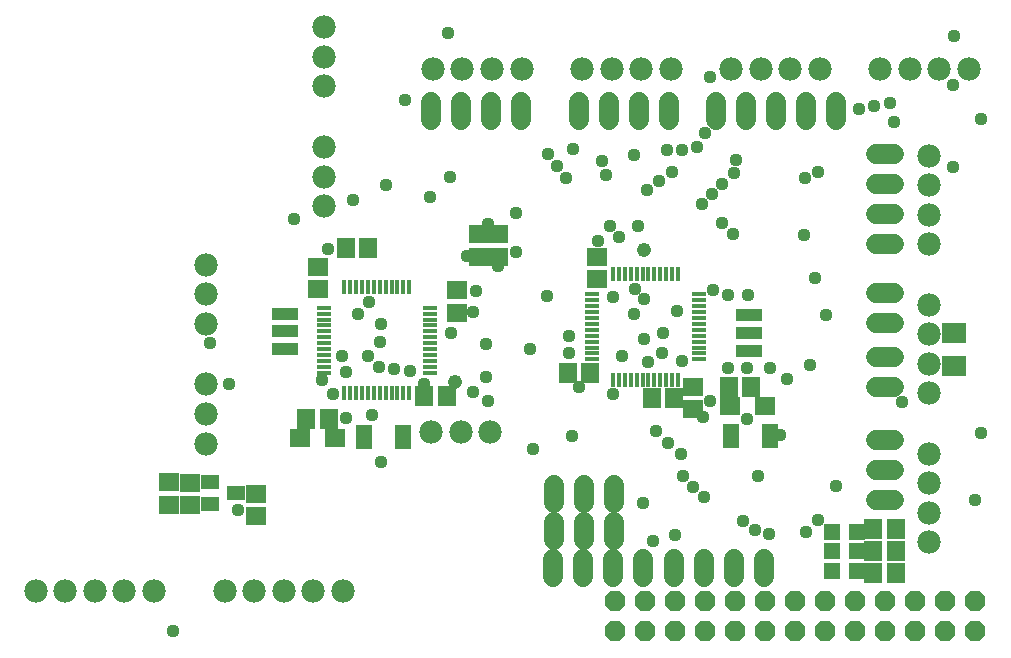
<source format=gts>
G75*
G70*
%OFA0B0*%
%FSLAX24Y24*%
%IPPOS*%
%LPD*%
%AMOC8*
5,1,8,0,0,1.08239X$1,22.5*
%
%ADD10R,0.0474X0.0159*%
%ADD11R,0.0159X0.0474*%
%ADD12R,0.0671X0.0592*%
%ADD13R,0.0592X0.0671*%
%ADD14R,0.0710X0.0631*%
%ADD15C,0.0680*%
%ADD16R,0.0552X0.0789*%
%ADD17R,0.0790X0.0710*%
%ADD18OC8,0.0680*%
%ADD19C,0.0780*%
%ADD20R,0.0631X0.0474*%
%ADD21R,0.0552X0.0552*%
%ADD22R,0.0867X0.0395*%
%ADD23C,0.0437*%
%ADD24C,0.0476*%
D10*
X011352Y009776D03*
X011352Y009973D03*
X011352Y010170D03*
X011352Y010367D03*
X011352Y010564D03*
X011352Y010761D03*
X011352Y010958D03*
X011352Y011154D03*
X011352Y011351D03*
X011352Y011548D03*
X011352Y011745D03*
X011352Y011942D03*
X014896Y011942D03*
X014896Y011745D03*
X014896Y011548D03*
X014896Y011351D03*
X014896Y011154D03*
X014896Y010958D03*
X014896Y010761D03*
X014896Y010564D03*
X014896Y010367D03*
X014896Y010170D03*
X014896Y009973D03*
X014896Y009776D03*
X020309Y010219D03*
X020309Y010416D03*
X020309Y010613D03*
X020309Y010810D03*
X020309Y011007D03*
X020309Y011204D03*
X020309Y011400D03*
X020309Y011597D03*
X020309Y011794D03*
X020309Y011991D03*
X020309Y012188D03*
X020309Y012385D03*
X023852Y012385D03*
X023852Y012188D03*
X023852Y011991D03*
X023852Y011794D03*
X023852Y011597D03*
X023852Y011400D03*
X023852Y011204D03*
X023852Y011007D03*
X023852Y010810D03*
X023852Y010613D03*
X023852Y010416D03*
X023852Y010219D03*
D11*
X023163Y009530D03*
X022967Y009530D03*
X022770Y009530D03*
X022573Y009530D03*
X022376Y009530D03*
X022179Y009530D03*
X021982Y009530D03*
X021785Y009530D03*
X021589Y009530D03*
X021392Y009530D03*
X021195Y009530D03*
X020998Y009530D03*
X020998Y013074D03*
X021195Y013074D03*
X021392Y013074D03*
X021589Y013074D03*
X021785Y013074D03*
X021982Y013074D03*
X022179Y013074D03*
X022376Y013074D03*
X022573Y013074D03*
X022770Y013074D03*
X022967Y013074D03*
X023163Y013074D03*
X014207Y012631D03*
X014010Y012631D03*
X013813Y012631D03*
X013616Y012631D03*
X013419Y012631D03*
X013222Y012631D03*
X013026Y012631D03*
X012829Y012631D03*
X012632Y012631D03*
X012435Y012631D03*
X012238Y012631D03*
X012041Y012631D03*
X012041Y009087D03*
X012238Y009087D03*
X012435Y009087D03*
X012632Y009087D03*
X012829Y009087D03*
X013026Y009087D03*
X013222Y009087D03*
X013419Y009087D03*
X013616Y009087D03*
X013813Y009087D03*
X014010Y009087D03*
X014207Y009087D03*
D12*
X015780Y011771D03*
X015780Y012519D03*
X016520Y013639D03*
X017158Y013637D03*
X017158Y014385D03*
X016520Y014387D03*
X020457Y013645D03*
X020457Y012897D03*
X023656Y009314D03*
X023656Y008566D03*
X011158Y012550D03*
X011158Y013298D03*
X006892Y006111D03*
X006207Y006123D03*
X006207Y005375D03*
X006892Y005363D03*
X009097Y005733D03*
X009097Y004985D03*
D13*
X010774Y008223D03*
X011522Y008223D03*
X014703Y009007D03*
X015451Y009007D03*
X019492Y009776D03*
X020240Y009776D03*
X022297Y008940D03*
X023045Y008940D03*
X024864Y009306D03*
X025612Y009306D03*
X029679Y004560D03*
X030427Y004560D03*
X030427Y003822D03*
X029679Y003822D03*
X029679Y003084D03*
X030427Y003084D03*
X012841Y013932D03*
X012093Y013932D03*
D14*
X011742Y007613D03*
X010561Y007613D03*
X024887Y008666D03*
X026069Y008666D03*
D15*
X029753Y009310D02*
X030353Y009310D01*
X030353Y010310D02*
X029753Y010310D01*
X029753Y011436D02*
X030353Y011436D01*
X030353Y012436D02*
X029753Y012436D01*
X029763Y014078D02*
X030363Y014078D01*
X030363Y015078D02*
X029763Y015078D01*
X029763Y016078D02*
X030363Y016078D01*
X030363Y017078D02*
X029763Y017078D01*
X028441Y018187D02*
X028441Y018787D01*
X027441Y018787D02*
X027441Y018187D01*
X026441Y018187D02*
X026441Y018787D01*
X025441Y018787D02*
X025441Y018187D01*
X024441Y018187D02*
X024441Y018787D01*
X022862Y018787D02*
X022862Y018187D01*
X021862Y018187D02*
X021862Y018787D01*
X020862Y018787D02*
X020862Y018187D01*
X019862Y018187D02*
X019862Y018787D01*
X017921Y018787D02*
X017921Y018187D01*
X016921Y018187D02*
X016921Y018787D01*
X015921Y018787D02*
X015921Y018187D01*
X014921Y018187D02*
X014921Y018787D01*
X029753Y007538D02*
X030353Y007538D01*
X030353Y006538D02*
X029753Y006538D01*
X029753Y005538D02*
X030353Y005538D01*
X026041Y003580D02*
X026041Y002980D01*
X025041Y002980D02*
X025041Y003580D01*
X024041Y003580D02*
X024041Y002980D01*
X023041Y002980D02*
X023041Y003580D01*
X022006Y003580D02*
X022006Y002980D01*
X021006Y002980D02*
X021006Y003580D01*
X021014Y004211D02*
X021014Y004811D01*
X021014Y005441D02*
X021014Y006041D01*
X020014Y006041D02*
X020014Y005441D01*
X020014Y004811D02*
X020014Y004211D01*
X020006Y003580D02*
X020006Y002980D01*
X019006Y002980D02*
X019006Y003580D01*
X019014Y004211D02*
X019014Y004811D01*
X019014Y005441D02*
X019014Y006041D01*
D16*
X013996Y007619D03*
X012697Y007619D03*
X024927Y007678D03*
X026226Y007678D03*
D17*
X032355Y009994D03*
X032355Y011114D03*
D18*
X032051Y002156D03*
X033051Y002156D03*
X033051Y001156D03*
X032051Y001156D03*
X031051Y001156D03*
X030051Y001156D03*
X029051Y001156D03*
X028051Y001156D03*
X027051Y001156D03*
X026051Y001156D03*
X025051Y001156D03*
X024051Y001156D03*
X023051Y001156D03*
X022051Y001156D03*
X021051Y001156D03*
X021051Y002156D03*
X022051Y002156D03*
X023051Y002156D03*
X024051Y002156D03*
X025051Y002156D03*
X026051Y002156D03*
X027051Y002156D03*
X028051Y002156D03*
X029051Y002156D03*
X030051Y002156D03*
X031051Y002156D03*
D19*
X001756Y002493D03*
X002740Y002493D03*
X003724Y002493D03*
X004709Y002493D03*
X005693Y002493D03*
X008055Y002493D03*
X009039Y002493D03*
X010024Y002493D03*
X011008Y002493D03*
X011992Y002493D03*
X007415Y007414D03*
X007415Y008399D03*
X007415Y009383D03*
X007415Y011400D03*
X007415Y012385D03*
X007415Y013369D03*
X011360Y015316D03*
X011360Y016300D03*
X011360Y017284D03*
X011352Y019324D03*
X011352Y020308D03*
X011352Y021292D03*
X014994Y019914D03*
X015978Y019914D03*
X016963Y019914D03*
X017947Y019914D03*
X019965Y019914D03*
X020949Y019914D03*
X021933Y019914D03*
X022917Y019914D03*
X024935Y019914D03*
X025919Y019914D03*
X026904Y019914D03*
X027888Y019914D03*
X029906Y019914D03*
X030890Y019914D03*
X031874Y019914D03*
X032858Y019914D03*
X031530Y017011D03*
X031530Y016026D03*
X031530Y015042D03*
X031530Y014058D03*
X031530Y012040D03*
X031530Y011056D03*
X031530Y010072D03*
X031530Y009087D03*
X031530Y007070D03*
X031530Y006086D03*
X031530Y005101D03*
X031530Y004117D03*
X016913Y007808D03*
X015929Y007808D03*
X014945Y007808D03*
D20*
X008423Y005761D03*
X007557Y006135D03*
X007557Y005387D03*
D21*
X028311Y004461D03*
X029138Y004461D03*
X029138Y003822D03*
X028311Y003822D03*
X028311Y003182D03*
X029138Y003182D03*
D22*
X025526Y010515D03*
X025526Y011105D03*
X025526Y011696D03*
X010073Y011745D03*
X010073Y011154D03*
X010073Y010564D03*
D23*
X011303Y009530D03*
X011655Y009068D03*
X012112Y009797D03*
X011958Y010334D03*
X012832Y010348D03*
X013189Y009977D03*
X013712Y009897D03*
X014225Y009829D03*
X014695Y009401D03*
X015732Y009481D03*
X016323Y009137D03*
X016815Y008841D03*
X016766Y009629D03*
X018242Y010564D03*
X019522Y010416D03*
X019522Y011007D03*
X019522Y011007D03*
X021293Y010318D03*
X022178Y010143D03*
X022622Y010416D03*
X023311Y010170D03*
X022671Y011105D03*
X022032Y010908D03*
X021687Y011745D03*
X022032Y012237D03*
X022032Y012237D03*
X021736Y012582D03*
X021736Y012582D03*
X020998Y012286D03*
X020998Y012286D03*
X022032Y013861D03*
X021195Y014304D03*
X020900Y014649D03*
X020506Y014156D03*
X021835Y014649D03*
X022130Y015879D03*
X022524Y016174D03*
X022967Y016469D03*
X022783Y017212D03*
X023311Y017208D03*
X023803Y017306D03*
X024049Y017749D03*
X025083Y016863D03*
X025034Y016420D03*
X024640Y016076D03*
X024295Y015731D03*
X023951Y015387D03*
X024643Y014750D03*
X024986Y014402D03*
X027378Y014380D03*
X027740Y012926D03*
X028109Y011715D03*
X027559Y010016D03*
X026805Y009580D03*
X026215Y009924D03*
X025478Y009930D03*
X024828Y009930D03*
X024246Y008841D03*
X024004Y008302D03*
X022828Y007430D03*
X022428Y007830D03*
X023278Y007080D03*
X023328Y006330D03*
X023678Y005980D03*
X024028Y005630D03*
X025318Y004847D03*
X025716Y004531D03*
X026184Y004403D03*
X027444Y004462D03*
X027839Y004856D03*
X028429Y005987D03*
X025828Y006330D03*
X026559Y007710D03*
X025478Y008230D03*
X021982Y005446D03*
X022327Y004166D03*
X023065Y004363D03*
X018318Y007224D03*
X019620Y007660D03*
X020997Y009081D03*
X019866Y009284D03*
X016766Y010737D03*
X015585Y011105D03*
X016323Y011794D03*
X016323Y011794D03*
X016421Y012483D03*
X016421Y012483D03*
X017160Y013320D03*
X017750Y013812D03*
X016815Y014747D03*
X017750Y015091D03*
X019423Y016273D03*
X019128Y016666D03*
X018833Y017060D03*
X019649Y017241D03*
X020620Y016826D03*
X020770Y016365D03*
X021697Y017024D03*
X024246Y019619D03*
X027839Y016469D03*
X027396Y016273D03*
X030349Y018119D03*
X029690Y018664D03*
X030228Y018780D03*
X029202Y018566D03*
X032317Y019373D03*
X033252Y018241D03*
X032317Y016617D03*
X032366Y020997D03*
X024345Y012532D03*
X024828Y012380D03*
X025487Y012367D03*
X023114Y011843D03*
X018784Y012336D03*
X016126Y013664D03*
X014896Y015633D03*
X015573Y016315D03*
X013419Y016026D03*
X012337Y015534D03*
X010368Y014895D03*
X011500Y013910D03*
X012878Y012139D03*
X012484Y011745D03*
X013272Y011400D03*
X013222Y010811D03*
X012976Y008349D03*
X012091Y008251D03*
X013252Y006783D03*
X008498Y005200D03*
X006333Y001161D03*
X008203Y009383D03*
X007563Y010761D03*
X014059Y018881D03*
X015486Y021095D03*
X030644Y008792D03*
X033252Y007759D03*
X033055Y005544D03*
D24*
X022032Y013861D03*
X015732Y009481D03*
M02*

</source>
